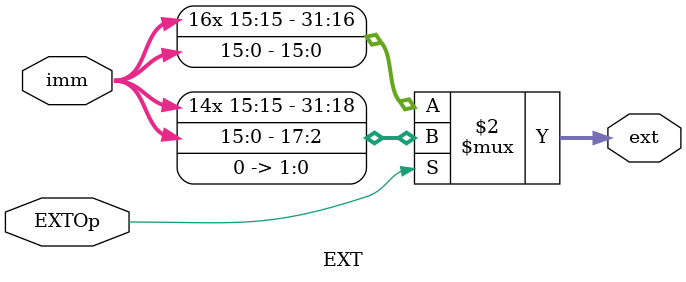
<source format=v>
`timescale 1ns / 1ps
module EXT(
    input [15:0] imm, //16Î»Á¢¼´Êý
	 input EXTOp, //À©Õ¹¿ØÖÆ,0ÎªRÖ¸Áî,1ÎªbeqÖ¸Áî
	 output [31:0] ext //À©Õ¹ºóµÄ32Î»
    );

    assign ext = !EXTOp ? {{16{imm[15]}}, imm} : {{14{imm[15]}}, imm, 2'b0};
	 
endmodule

</source>
